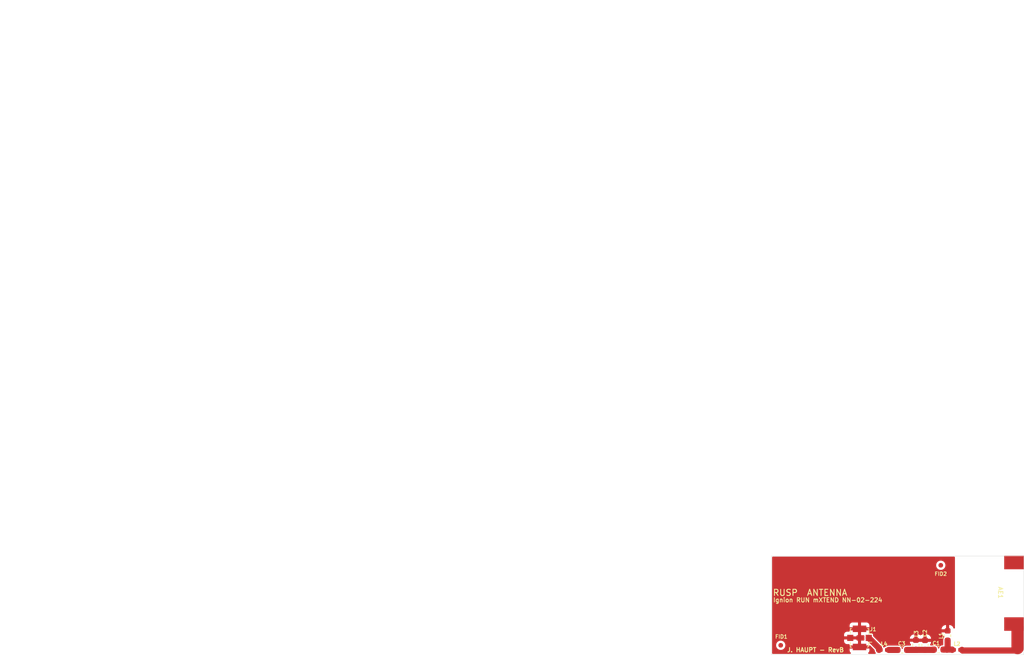
<source format=kicad_pcb>
(kicad_pcb (version 20211014) (generator pcbnew)
  (layers (0 "F.Cu" signal) (31 "B.Cu" signal) (34 "B.Paste" user) (35 "F.Paste" user) (36 "B.SilkS" user "B.Silkscreen") (37 "F.SilkS" user "F.Silkscreen") (38 "B.Mask" user) (39 "F.Mask" user) (44 "Edge.Cuts" user))
  (net 0 "")
  (net 1 "Net-(AE1-Pad1)")
  (net 2 "GNDA")
  (net 3 "Net-(C1-Pad1)")
  (net 4 "Net-(C1-Pad2)")
  (net 5 "Net-(C3-Pad1)")
  (net 6 "Net-(J1-Pad1)")
  (footprint "Fiducial:Fiducial_0.75mm_Dia_1.5mm_Outer" (layer "F.Cu") (at 125.75 103.75)
    (fp_text reference "FID1" (at 0.1 -1.4 unlocked) (layer "F.SilkS") (effects (font (size 0.6 0.6) (thickness 0.12))))
    (fp_text value "Fiducial")
    (pad "" smd circle locked (at 0 0) (size 0.75 0.75) (layers "F.Cu" "F.Mask") (clearance 0.375))
  )
  (footprint "Fiducial:Fiducial_0.75mm_Dia_1.5mm_Outer" (layer "F.Cu") (at 151.75 90.75)
    (fp_text reference "FID2" (at 0 1.4 unlocked) (layer "F.SilkS") (effects (font (size 0.6 0.6) (thickness 0.12))))
    (fp_text value "Fiducial")
    (pad "" smd circle locked (at 0 0) (size 0.75 0.75) (layers "F.Cu" "F.Mask") (clearance 0.375))
  )
  (footprint "Connector_Coaxial:U.FL_Molex_MCRF_73412-0110_Vertical" (layer "F.Cu") (at 138.55 102.55 90)
    (fp_text reference "J1" (at 1.4 2.2 unlocked) (layer "F.SilkS") (effects (font (size 0.6 0.6) (thickness 0.12))))
    (fp_text value "u.FL")
    (fp_line (start -1.5 -1.3) (end -1.5 -1.5) (layer "F.SilkS") (width 0.12))
    (fp_line (start 1.5 1.5) (end 0.7 1.5) (layer "F.SilkS") (width 0.12))
    (fp_line (start -0.7 1.5) (end -1.3 1.5) (layer "F.SilkS") (width 0.12))
    (fp_line (start 0.7 1.5) (end 0.7 2) (layer "F.SilkS") (width 0.12))
    (fp_line (start -1.3 1.5) (end -1.5 1.3) (layer "F.SilkS") (width 0.12))
    (fp_line (start -1.5 -1.5) (end -0.7 -1.5) (layer "F.SilkS") (width 0.12))
    (fp_line (start -0.7 1.5) (end -0.7 2) (layer "F.SilkS") (width 0.12))
    (fp_line (start 1.5 1.3) (end 1.5 1.5) (layer "F.SilkS") (width 0.12))
    (fp_line (start 1.5 -1.5) (end 1.5 -1.3) (layer "F.SilkS") (width 0.12))
    (fp_line (start 0.7 -1.5) (end 1.5 -1.5) (layer "F.SilkS") (width 0.12))
    (pad "1" smd rect locked (at 0 1.5 90) (size 1 1) (layers "F.Cu" "F.Paste" "F.Mask") (net 6 "Net-(J1-Pad1)"))
    (pad "2" smd rect locked (at 1.475 0 90) (size 1.05 2.2) (layers "F.Cu" "F.Paste" "F.Mask") (net 2 "GNDA"))
    (pad "2" smd rect locked (at -1.475 0 90) (size 1.05 2.2) (layers "F.Cu" "F.Paste" "F.Mask") (net 2 "GNDA"))
    (pad "2" smd rect locked (at 0 -1.5 90) (size 1 1) (layers "F.Cu" "F.Paste" "F.Mask") (net 2 "GNDA"))
  )
  (footprint "Capacitor_SMD:C_0603_1608Metric" (layer "F.Cu") (at 151.4 104.45)
    (fp_text reference "C1" (at -0.4 -1.03 unlocked) (layer "F.SilkS") (effects (font (size 0.6 0.6) (thickness 0.12))))
    (fp_text value "0.7pF")
    (fp_line (start -0.14058 -0.51) (end 0.14058 -0.51) (layer "F.SilkS") (width 0.12))
    (fp_line (start -0.14058 0.51) (end 0.14058 0.51) (layer "F.SilkS") (width 0.12))
    (pad "1" smd roundrect locked (at -0.775 0) (size 0.9 0.95) (layers "F.Cu" "F.Paste" "F.Mask") (net 3 "Net-(C1-Pad1)"))
    (pad "2" smd roundrect locked (at 0.775 0) (size 0.9 0.95) (layers "F.Cu" "F.Paste" "F.Mask") (net 4 "Net-(C1-Pad2)"))
  )
  (footprint "Capacitor_SMD:C_0603_1608Metric" (layer "F.Cu") (at 149.19 103.72 -90)
    (fp_text reference "C2" (at -1.94 0.01 90 unlocked) (layer "F.SilkS") (effects (font (size 0.6 0.6) (thickness 0.12))))
    (fp_text value "0.6pF")
    (fp_line (start -0.14058 0.51) (end 0.14058 0.51) (layer "F.SilkS") (width 0.12))
    (fp_line (start -0.14058 -0.51) (end 0.14058 -0.51) (layer "F.SilkS") (width 0.12))
    (pad "1" smd roundrect locked (at -0.775 0 270) (size 0.9 0.95) (layers "F.Cu" "F.Paste" "F.Mask") (net 2 "GNDA"))
    (pad "2" smd roundrect locked (at 0.775 0 270) (size 0.9 0.95) (layers "F.Cu" "F.Paste" "F.Mask") (net 3 "Net-(C1-Pad1)"))
  )
  (footprint "Inductor_SMD:L_0603_1608Metric" (layer "F.Cu") (at 152.86 102.19 90)
    (fp_text reference "L1" (at -0.01 -1.06 90 unlocked) (layer "F.SilkS") (effects (font (size 0.6 0.6) (thickness 0.12))))
    (fp_text value "19nH")
    (fp_line (start -0.162779 -0.51) (end 0.162779 -0.51) (layer "F.SilkS") (width 0.12))
    (fp_line (start -0.162779 0.51) (end 0.162779 0.51) (layer "F.SilkS") (width 0.12))
    (pad "1" smd roundrect locked (at -0.7875 0 90) (size 0.875 0.95) (layers "F.Cu" "F.Paste" "F.Mask") (net 4 "Net-(C1-Pad2)"))
    (pad "2" smd roundrect locked (at 0.7875 0 90) (size 0.875 0.95) (layers "F.Cu" "F.Paste" "F.Mask") (net 2 "GNDA"))
  )
  (footprint "MyFootprints:Antenna_Ignion_RunmXtend_NN02-224" (layer "F.Cu") (at 163.65 95.3 -90)
    (fp_text reference "AE1" (at -0.1 2.2 -90 unlocked) (layer "F.SilkS") (effects (font (size 0.7 0.7) (thickness 0.13))))
    (fp_text value "Antenna")
    (pad "" smd rect (at -5 0 270) (size 2.2 3.2) (layers "F.Cu" "F.Paste" "F.Mask"))
    (pad "1" smd rect (at 5 0 270) (size 2.2 3.2) (layers "F.Cu" "F.Paste" "F.Mask") (net 1 "Net-(AE1-Pad1)"))
  )
  (footprint "Inductor_SMD:L_0402_1005Metric" (layer "F.Cu") (at 142.5 104.5 180)
    (fp_text reference "L4" (at -0.04 0.97 180) (layer "F.SilkS") (effects (font (size 0.6 0.6))))
    (fp_text value "4.5nH")
    (pad "1" smd roundrect locked (at -0.485 0 180) (size 0.59 0.64) (layers "F.Cu" "F.Paste" "F.Mask") (net 5 "Net-(C3-Pad1)"))
    (pad "2" smd roundrect locked (at 0.485 0 180) (size 0.59 0.64) (layers "F.Cu" "F.Paste" "F.Mask") (net 6 "Net-(J1-Pad1)"))
  )
  (footprint "Inductor_SMD:L_0402_1005Metric" (layer "F.Cu") (at 154.4 104.49 180)
    (fp_text reference "L2" (at 0.02 0.96 180) (layer "F.SilkS") (effects (font (size 0.6 0.6))))
    (fp_text value "4nH")
    (pad "1" smd roundrect locked (at -0.485 0 180) (size 0.59 0.64) (layers "F.Cu" "F.Paste" "F.Mask") (net 1 "Net-(AE1-Pad1)"))
    (pad "2" smd roundrect locked (at 0.485 0 180) (size 0.59 0.64) (layers "F.Cu" "F.Paste" "F.Mask") (net 4 "Net-(C1-Pad2)"))
  )
  (footprint "Inductor_SMD:L_0603_1608Metric" (layer "F.Cu") (at 147.71 103.71 90)
    (fp_text reference "L3" (at 1.83 0.06 90 unlocked) (layer "F.SilkS") (effects (font (size 0.6 0.6) (thickness 0.12))))
    (fp_text value "12nH")
    (fp_line (start -0.162779 -0.51) (end 0.162779 -0.51) (layer "F.SilkS") (width 0.12))
    (fp_line (start -0.162779 0.51) (end 0.162779 0.51) (layer "F.SilkS") (width 0.12))
    (pad "1" smd roundrect locked (at -0.7875 0 90) (size 0.875 0.95) (layers "F.Cu" "F.Paste" "F.Mask") (net 3 "Net-(C1-Pad1)"))
    (pad "2" smd roundrect locked (at 0.7875 0 90) (size 0.875 0.95) (layers "F.Cu" "F.Paste" "F.Mask") (net 2 "GNDA"))
  )
  (footprint "Capacitor_SMD:C_0603_1608Metric" (layer "F.Cu") (at 145.5 104.5)
    (fp_text reference "C3" (at -0.1 -1.03 unlocked) (layer "F.SilkS") (effects (font (size 0.6 0.6) (thickness 0.12))))
    (fp_text value "1.5pF")
    (fp_line (start -0.14058 0.51) (end 0.14058 0.51) (layer "F.SilkS") (width 0.12))
    (fp_line (start -0.14058 -0.51) (end 0.14058 -0.51) (layer "F.SilkS") (width 0.12))
    (pad "1" smd roundrect locked (at -0.775 0) (size 0.9 0.95) (layers "F.Cu" "F.Paste" "F.Mask") (net 5 "Net-(C3-Pad1)"))
    (pad "2" smd roundrect locked (at 0.775 0) (size 0.9 0.95) (layers "F.Cu" "F.Paste" "F.Mask") (net 3 "Net-(C1-Pad1)"))
  )
  (gr_line (start 124.25 105.25) (end 124.25 89.25) (layer "Edge.Cuts") (width 0.05))
  (gr_line (start 124.25 105.25) (end 165.25 105.25) (layer "Edge.Cuts") (width 0.05))
  (gr_line (start 165.25 105.25) (end 165.25 89.25) (layer "Edge.Cuts") (width 0.05))
  (gr_line (start 124.25 89.25) (end 165.25 89.25) (layer "Edge.Cuts") (width 0.05))
  (gr_text "Ignion RUN mXTEND NN-02-224" (at 133.4 96.4) (layer "F.SilkS") (effects (font (size 0.7 0.7) (thickness 0.13))))
  (gr_text "J. HAUPT - RevB" (at 131.4 104.5) (layer "F.SilkS") (effects (font (size 0.7 0.7))))
  (gr_text "RUSP  ANTENNA " (at 124.4 95.2) (layer "F.SilkS") (effects (font (size 1 1)) (justify left)))
  (segment (start 164.22548 100.87548) (end 164.22548 104.2) (width 2) (layer "F.Cu") (net 1))
  (segment (start 155.2975 104.6) (end 163.82548 104.6) (width 1) (layer "F.Cu") (net 1))
  (segment (start 155.1875 104.49) (end 155.2975 104.6) (width 1) (layer "F.Cu") (net 1))
  (segment (start 163.65 100.3) (end 164.22548 100.87548) (width 2) (layer "F.Cu") (net 1))
  (segment (start 163.82548 104.6) (end 164.22548 104.2) (width 1) (layer "F.Cu") (net 1))
  (segment (start 147.7125 104.495) (end 147.71 104.4975) (width 1) (layer "F.Cu") (net 3))
  (segment (start 149.19 104.495) (end 147.7125 104.495) (width 1) (layer "F.Cu") (net 3))
  (segment (start 149.19 104.495) (end 150.58 104.495) (width 1) (layer "F.Cu") (net 3))
  (segment (start 146.275 104.5) (end 147.7075 104.5) (width 1) (layer "F.Cu") (net 3))
  (segment (start 147.7075 104.5) (end 147.71 104.4975) (width 1) (layer "F.Cu") (net 3))
  (segment (start 150.58 104.495) (end 150.625 104.45) (width 1) (layer "F.Cu") (net 3))
  (segment (start 152.86 104.34) (end 152.75 104.45) (width 1) (layer "F.Cu") (net 4))
  (segment (start 152.86 102.9775) (end 152.86 104.34) (width 1) (layer "F.Cu") (net 4))
  (segment (start 152.75 104.45) (end 153.5725 104.45) (width 1) (layer "F.Cu") (net 4))
  (segment (start 153.5725 104.45) (end 153.6125 104.49) (width 1) (layer "F.Cu") (net 4))
  (segment (start 152.175 104.45) (end 152.75 104.45) (width 1) (layer "F.Cu") (net 4))
  (segment (start 143.2875 104.5) (end 144.725 104.5) (width 1) (layer "F.Cu") (net 5))
  (segment (start 140.05 102.55) (end 141.7125 104.2125) (width 1) (layer "F.Cu") (net 6))
  (segment (start 141.7125 104.2125) (end 141.7125 104.5) (width 1) (layer "F.Cu") (net 6))
  (zone (net 2) (net_name "GNDA") (layer "F.Cu") (connect_pads (clearance 0.1)) (min_thickness 0.254) (fill yes (thermal_gap 0.508) (thermal_bridge_width 0.508))
    (polygon (pts (xy 154.05 106.25) (xy 123.5 106.25) (xy 123.5 88.4) (xy 154.05 88.4)))
  )
)
</source>
